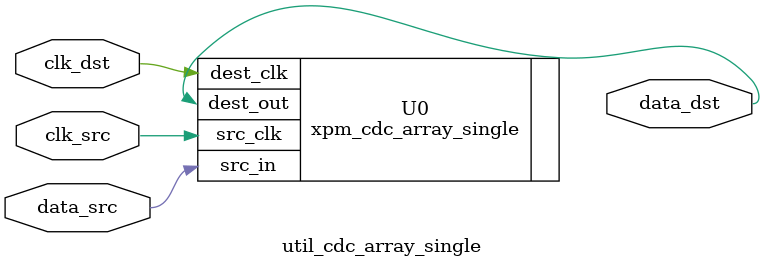
<source format=v>
/*
	This Source Code Form is subject to the terms of the Mozilla Public
	License, v. 2.0. If a copy of the MPL was not distributed with this
	file, You can obtain one at https://mozilla.org/MPL/2.0/.
*/

module util_cdc_array_single #(parameter C_WIDTH = 1, parameter C_NUM_STAGES = 4)
(
	input wire clk_src,
	input wire [C_WIDTH-1:0] data_src,

	input wire clk_dst,
	output wire [C_WIDTH-1:0] data_dst
);
	xpm_cdc_array_single
	#(
		.DEST_SYNC_FF(C_NUM_STAGES),
		.WIDTH(C_WIDTH)
	)
	U0
	(
		.src_clk(clk_src),
		.src_in(data_src),

		.dest_clk(clk_dst),
		.dest_out(data_dst)
	);
endmodule

</source>
